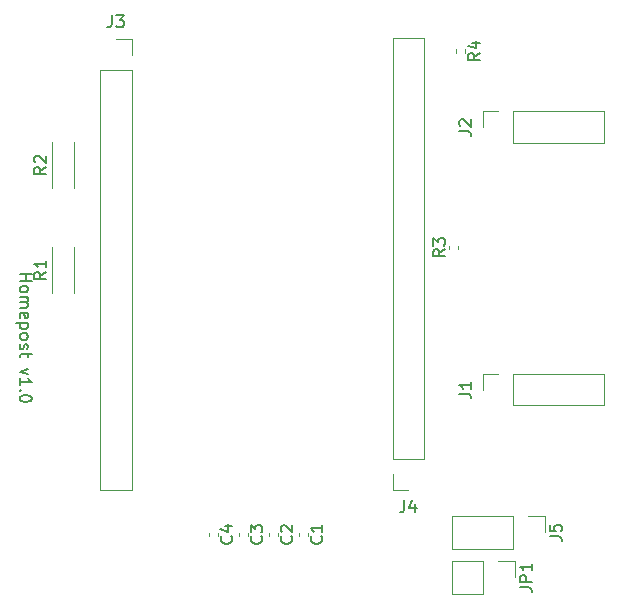
<source format=gbr>
%TF.GenerationSoftware,KiCad,Pcbnew,9.0.4*%
%TF.CreationDate,2025-08-21T19:51:14+03:00*%
%TF.ProjectId,homepost,686f6d65-706f-4737-942e-6b696361645f,rev?*%
%TF.SameCoordinates,Original*%
%TF.FileFunction,Legend,Top*%
%TF.FilePolarity,Positive*%
%FSLAX46Y46*%
G04 Gerber Fmt 4.6, Leading zero omitted, Abs format (unit mm)*
G04 Created by KiCad (PCBNEW 9.0.4) date 2025-08-21 19:51:14*
%MOMM*%
%LPD*%
G01*
G04 APERTURE LIST*
%ADD10C,0.200000*%
%ADD11C,0.150000*%
%ADD12C,0.120000*%
G04 APERTURE END LIST*
D10*
X92207780Y-104509673D02*
X93207780Y-104509673D01*
X92731590Y-104509673D02*
X92731590Y-105081101D01*
X92207780Y-105081101D02*
X93207780Y-105081101D01*
X92207780Y-105700149D02*
X92255400Y-105604911D01*
X92255400Y-105604911D02*
X92303019Y-105557292D01*
X92303019Y-105557292D02*
X92398257Y-105509673D01*
X92398257Y-105509673D02*
X92683971Y-105509673D01*
X92683971Y-105509673D02*
X92779209Y-105557292D01*
X92779209Y-105557292D02*
X92826828Y-105604911D01*
X92826828Y-105604911D02*
X92874447Y-105700149D01*
X92874447Y-105700149D02*
X92874447Y-105843006D01*
X92874447Y-105843006D02*
X92826828Y-105938244D01*
X92826828Y-105938244D02*
X92779209Y-105985863D01*
X92779209Y-105985863D02*
X92683971Y-106033482D01*
X92683971Y-106033482D02*
X92398257Y-106033482D01*
X92398257Y-106033482D02*
X92303019Y-105985863D01*
X92303019Y-105985863D02*
X92255400Y-105938244D01*
X92255400Y-105938244D02*
X92207780Y-105843006D01*
X92207780Y-105843006D02*
X92207780Y-105700149D01*
X92207780Y-106462054D02*
X92874447Y-106462054D01*
X92779209Y-106462054D02*
X92826828Y-106509673D01*
X92826828Y-106509673D02*
X92874447Y-106604911D01*
X92874447Y-106604911D02*
X92874447Y-106747768D01*
X92874447Y-106747768D02*
X92826828Y-106843006D01*
X92826828Y-106843006D02*
X92731590Y-106890625D01*
X92731590Y-106890625D02*
X92207780Y-106890625D01*
X92731590Y-106890625D02*
X92826828Y-106938244D01*
X92826828Y-106938244D02*
X92874447Y-107033482D01*
X92874447Y-107033482D02*
X92874447Y-107176339D01*
X92874447Y-107176339D02*
X92826828Y-107271578D01*
X92826828Y-107271578D02*
X92731590Y-107319197D01*
X92731590Y-107319197D02*
X92207780Y-107319197D01*
X92255400Y-108176339D02*
X92207780Y-108081101D01*
X92207780Y-108081101D02*
X92207780Y-107890625D01*
X92207780Y-107890625D02*
X92255400Y-107795387D01*
X92255400Y-107795387D02*
X92350638Y-107747768D01*
X92350638Y-107747768D02*
X92731590Y-107747768D01*
X92731590Y-107747768D02*
X92826828Y-107795387D01*
X92826828Y-107795387D02*
X92874447Y-107890625D01*
X92874447Y-107890625D02*
X92874447Y-108081101D01*
X92874447Y-108081101D02*
X92826828Y-108176339D01*
X92826828Y-108176339D02*
X92731590Y-108223958D01*
X92731590Y-108223958D02*
X92636352Y-108223958D01*
X92636352Y-108223958D02*
X92541114Y-107747768D01*
X92874447Y-108652530D02*
X91874447Y-108652530D01*
X92826828Y-108652530D02*
X92874447Y-108747768D01*
X92874447Y-108747768D02*
X92874447Y-108938244D01*
X92874447Y-108938244D02*
X92826828Y-109033482D01*
X92826828Y-109033482D02*
X92779209Y-109081101D01*
X92779209Y-109081101D02*
X92683971Y-109128720D01*
X92683971Y-109128720D02*
X92398257Y-109128720D01*
X92398257Y-109128720D02*
X92303019Y-109081101D01*
X92303019Y-109081101D02*
X92255400Y-109033482D01*
X92255400Y-109033482D02*
X92207780Y-108938244D01*
X92207780Y-108938244D02*
X92207780Y-108747768D01*
X92207780Y-108747768D02*
X92255400Y-108652530D01*
X92207780Y-109700149D02*
X92255400Y-109604911D01*
X92255400Y-109604911D02*
X92303019Y-109557292D01*
X92303019Y-109557292D02*
X92398257Y-109509673D01*
X92398257Y-109509673D02*
X92683971Y-109509673D01*
X92683971Y-109509673D02*
X92779209Y-109557292D01*
X92779209Y-109557292D02*
X92826828Y-109604911D01*
X92826828Y-109604911D02*
X92874447Y-109700149D01*
X92874447Y-109700149D02*
X92874447Y-109843006D01*
X92874447Y-109843006D02*
X92826828Y-109938244D01*
X92826828Y-109938244D02*
X92779209Y-109985863D01*
X92779209Y-109985863D02*
X92683971Y-110033482D01*
X92683971Y-110033482D02*
X92398257Y-110033482D01*
X92398257Y-110033482D02*
X92303019Y-109985863D01*
X92303019Y-109985863D02*
X92255400Y-109938244D01*
X92255400Y-109938244D02*
X92207780Y-109843006D01*
X92207780Y-109843006D02*
X92207780Y-109700149D01*
X92255400Y-110414435D02*
X92207780Y-110509673D01*
X92207780Y-110509673D02*
X92207780Y-110700149D01*
X92207780Y-110700149D02*
X92255400Y-110795387D01*
X92255400Y-110795387D02*
X92350638Y-110843006D01*
X92350638Y-110843006D02*
X92398257Y-110843006D01*
X92398257Y-110843006D02*
X92493495Y-110795387D01*
X92493495Y-110795387D02*
X92541114Y-110700149D01*
X92541114Y-110700149D02*
X92541114Y-110557292D01*
X92541114Y-110557292D02*
X92588733Y-110462054D01*
X92588733Y-110462054D02*
X92683971Y-110414435D01*
X92683971Y-110414435D02*
X92731590Y-110414435D01*
X92731590Y-110414435D02*
X92826828Y-110462054D01*
X92826828Y-110462054D02*
X92874447Y-110557292D01*
X92874447Y-110557292D02*
X92874447Y-110700149D01*
X92874447Y-110700149D02*
X92826828Y-110795387D01*
X92874447Y-111128721D02*
X92874447Y-111509673D01*
X93207780Y-111271578D02*
X92350638Y-111271578D01*
X92350638Y-111271578D02*
X92255400Y-111319197D01*
X92255400Y-111319197D02*
X92207780Y-111414435D01*
X92207780Y-111414435D02*
X92207780Y-111509673D01*
X92874447Y-112509674D02*
X92207780Y-112747769D01*
X92207780Y-112747769D02*
X92874447Y-112985864D01*
X92207780Y-113890626D02*
X92207780Y-113319198D01*
X92207780Y-113604912D02*
X93207780Y-113604912D01*
X93207780Y-113604912D02*
X93064923Y-113509674D01*
X93064923Y-113509674D02*
X92969685Y-113414436D01*
X92969685Y-113414436D02*
X92922066Y-113319198D01*
X92303019Y-114319198D02*
X92255400Y-114366817D01*
X92255400Y-114366817D02*
X92207780Y-114319198D01*
X92207780Y-114319198D02*
X92255400Y-114271579D01*
X92255400Y-114271579D02*
X92303019Y-114319198D01*
X92303019Y-114319198D02*
X92207780Y-114319198D01*
X93207780Y-114985864D02*
X93207780Y-115081102D01*
X93207780Y-115081102D02*
X93160161Y-115176340D01*
X93160161Y-115176340D02*
X93112542Y-115223959D01*
X93112542Y-115223959D02*
X93017304Y-115271578D01*
X93017304Y-115271578D02*
X92826828Y-115319197D01*
X92826828Y-115319197D02*
X92588733Y-115319197D01*
X92588733Y-115319197D02*
X92398257Y-115271578D01*
X92398257Y-115271578D02*
X92303019Y-115223959D01*
X92303019Y-115223959D02*
X92255400Y-115176340D01*
X92255400Y-115176340D02*
X92207780Y-115081102D01*
X92207780Y-115081102D02*
X92207780Y-114985864D01*
X92207780Y-114985864D02*
X92255400Y-114890626D01*
X92255400Y-114890626D02*
X92303019Y-114843007D01*
X92303019Y-114843007D02*
X92398257Y-114795388D01*
X92398257Y-114795388D02*
X92588733Y-114747769D01*
X92588733Y-114747769D02*
X92826828Y-114747769D01*
X92826828Y-114747769D02*
X93017304Y-114795388D01*
X93017304Y-114795388D02*
X93112542Y-114843007D01*
X93112542Y-114843007D02*
X93160161Y-114890626D01*
X93160161Y-114890626D02*
X93207780Y-114985864D01*
D11*
X124761666Y-123636819D02*
X124761666Y-124351104D01*
X124761666Y-124351104D02*
X124714047Y-124493961D01*
X124714047Y-124493961D02*
X124618809Y-124589200D01*
X124618809Y-124589200D02*
X124475952Y-124636819D01*
X124475952Y-124636819D02*
X124380714Y-124636819D01*
X125666428Y-123970152D02*
X125666428Y-124636819D01*
X125428333Y-123589200D02*
X125190238Y-124303485D01*
X125190238Y-124303485D02*
X125809285Y-124303485D01*
X99996666Y-82584819D02*
X99996666Y-83299104D01*
X99996666Y-83299104D02*
X99949047Y-83441961D01*
X99949047Y-83441961D02*
X99853809Y-83537200D01*
X99853809Y-83537200D02*
X99710952Y-83584819D01*
X99710952Y-83584819D02*
X99615714Y-83584819D01*
X100377619Y-82584819D02*
X100996666Y-82584819D01*
X100996666Y-82584819D02*
X100663333Y-82965771D01*
X100663333Y-82965771D02*
X100806190Y-82965771D01*
X100806190Y-82965771D02*
X100901428Y-83013390D01*
X100901428Y-83013390D02*
X100949047Y-83061009D01*
X100949047Y-83061009D02*
X100996666Y-83156247D01*
X100996666Y-83156247D02*
X100996666Y-83394342D01*
X100996666Y-83394342D02*
X100949047Y-83489580D01*
X100949047Y-83489580D02*
X100901428Y-83537200D01*
X100901428Y-83537200D02*
X100806190Y-83584819D01*
X100806190Y-83584819D02*
X100520476Y-83584819D01*
X100520476Y-83584819D02*
X100425238Y-83537200D01*
X100425238Y-83537200D02*
X100377619Y-83489580D01*
X110104580Y-126686666D02*
X110152200Y-126734285D01*
X110152200Y-126734285D02*
X110199819Y-126877142D01*
X110199819Y-126877142D02*
X110199819Y-126972380D01*
X110199819Y-126972380D02*
X110152200Y-127115237D01*
X110152200Y-127115237D02*
X110056961Y-127210475D01*
X110056961Y-127210475D02*
X109961723Y-127258094D01*
X109961723Y-127258094D02*
X109771247Y-127305713D01*
X109771247Y-127305713D02*
X109628390Y-127305713D01*
X109628390Y-127305713D02*
X109437914Y-127258094D01*
X109437914Y-127258094D02*
X109342676Y-127210475D01*
X109342676Y-127210475D02*
X109247438Y-127115237D01*
X109247438Y-127115237D02*
X109199819Y-126972380D01*
X109199819Y-126972380D02*
X109199819Y-126877142D01*
X109199819Y-126877142D02*
X109247438Y-126734285D01*
X109247438Y-126734285D02*
X109295057Y-126686666D01*
X109533152Y-125829523D02*
X110199819Y-125829523D01*
X109152200Y-126067618D02*
X109866485Y-126305713D01*
X109866485Y-126305713D02*
X109866485Y-125686666D01*
X117724580Y-126686666D02*
X117772200Y-126734285D01*
X117772200Y-126734285D02*
X117819819Y-126877142D01*
X117819819Y-126877142D02*
X117819819Y-126972380D01*
X117819819Y-126972380D02*
X117772200Y-127115237D01*
X117772200Y-127115237D02*
X117676961Y-127210475D01*
X117676961Y-127210475D02*
X117581723Y-127258094D01*
X117581723Y-127258094D02*
X117391247Y-127305713D01*
X117391247Y-127305713D02*
X117248390Y-127305713D01*
X117248390Y-127305713D02*
X117057914Y-127258094D01*
X117057914Y-127258094D02*
X116962676Y-127210475D01*
X116962676Y-127210475D02*
X116867438Y-127115237D01*
X116867438Y-127115237D02*
X116819819Y-126972380D01*
X116819819Y-126972380D02*
X116819819Y-126877142D01*
X116819819Y-126877142D02*
X116867438Y-126734285D01*
X116867438Y-126734285D02*
X116915057Y-126686666D01*
X117819819Y-125734285D02*
X117819819Y-126305713D01*
X117819819Y-126019999D02*
X116819819Y-126019999D01*
X116819819Y-126019999D02*
X116962676Y-126115237D01*
X116962676Y-126115237D02*
X117057914Y-126210475D01*
X117057914Y-126210475D02*
X117105533Y-126305713D01*
X131164819Y-85766666D02*
X130688628Y-86099999D01*
X131164819Y-86338094D02*
X130164819Y-86338094D01*
X130164819Y-86338094D02*
X130164819Y-85957142D01*
X130164819Y-85957142D02*
X130212438Y-85861904D01*
X130212438Y-85861904D02*
X130260057Y-85814285D01*
X130260057Y-85814285D02*
X130355295Y-85766666D01*
X130355295Y-85766666D02*
X130498152Y-85766666D01*
X130498152Y-85766666D02*
X130593390Y-85814285D01*
X130593390Y-85814285D02*
X130641009Y-85861904D01*
X130641009Y-85861904D02*
X130688628Y-85957142D01*
X130688628Y-85957142D02*
X130688628Y-86338094D01*
X130498152Y-84909523D02*
X131164819Y-84909523D01*
X130117200Y-85147618D02*
X130831485Y-85385713D01*
X130831485Y-85385713D02*
X130831485Y-84766666D01*
X94419819Y-104306666D02*
X93943628Y-104639999D01*
X94419819Y-104878094D02*
X93419819Y-104878094D01*
X93419819Y-104878094D02*
X93419819Y-104497142D01*
X93419819Y-104497142D02*
X93467438Y-104401904D01*
X93467438Y-104401904D02*
X93515057Y-104354285D01*
X93515057Y-104354285D02*
X93610295Y-104306666D01*
X93610295Y-104306666D02*
X93753152Y-104306666D01*
X93753152Y-104306666D02*
X93848390Y-104354285D01*
X93848390Y-104354285D02*
X93896009Y-104401904D01*
X93896009Y-104401904D02*
X93943628Y-104497142D01*
X93943628Y-104497142D02*
X93943628Y-104878094D01*
X94419819Y-103354285D02*
X94419819Y-103925713D01*
X94419819Y-103639999D02*
X93419819Y-103639999D01*
X93419819Y-103639999D02*
X93562676Y-103735237D01*
X93562676Y-103735237D02*
X93657914Y-103830475D01*
X93657914Y-103830475D02*
X93705533Y-103925713D01*
X134549819Y-131008333D02*
X135264104Y-131008333D01*
X135264104Y-131008333D02*
X135406961Y-131055952D01*
X135406961Y-131055952D02*
X135502200Y-131151190D01*
X135502200Y-131151190D02*
X135549819Y-131294047D01*
X135549819Y-131294047D02*
X135549819Y-131389285D01*
X135549819Y-130532142D02*
X134549819Y-130532142D01*
X134549819Y-130532142D02*
X134549819Y-130151190D01*
X134549819Y-130151190D02*
X134597438Y-130055952D01*
X134597438Y-130055952D02*
X134645057Y-130008333D01*
X134645057Y-130008333D02*
X134740295Y-129960714D01*
X134740295Y-129960714D02*
X134883152Y-129960714D01*
X134883152Y-129960714D02*
X134978390Y-130008333D01*
X134978390Y-130008333D02*
X135026009Y-130055952D01*
X135026009Y-130055952D02*
X135073628Y-130151190D01*
X135073628Y-130151190D02*
X135073628Y-130532142D01*
X135549819Y-129008333D02*
X135549819Y-129579761D01*
X135549819Y-129294047D02*
X134549819Y-129294047D01*
X134549819Y-129294047D02*
X134692676Y-129389285D01*
X134692676Y-129389285D02*
X134787914Y-129484523D01*
X134787914Y-129484523D02*
X134835533Y-129579761D01*
X129399819Y-114608333D02*
X130114104Y-114608333D01*
X130114104Y-114608333D02*
X130256961Y-114655952D01*
X130256961Y-114655952D02*
X130352200Y-114751190D01*
X130352200Y-114751190D02*
X130399819Y-114894047D01*
X130399819Y-114894047D02*
X130399819Y-114989285D01*
X130399819Y-113608333D02*
X130399819Y-114179761D01*
X130399819Y-113894047D02*
X129399819Y-113894047D01*
X129399819Y-113894047D02*
X129542676Y-113989285D01*
X129542676Y-113989285D02*
X129637914Y-114084523D01*
X129637914Y-114084523D02*
X129685533Y-114179761D01*
X94419819Y-95416666D02*
X93943628Y-95749999D01*
X94419819Y-95988094D02*
X93419819Y-95988094D01*
X93419819Y-95988094D02*
X93419819Y-95607142D01*
X93419819Y-95607142D02*
X93467438Y-95511904D01*
X93467438Y-95511904D02*
X93515057Y-95464285D01*
X93515057Y-95464285D02*
X93610295Y-95416666D01*
X93610295Y-95416666D02*
X93753152Y-95416666D01*
X93753152Y-95416666D02*
X93848390Y-95464285D01*
X93848390Y-95464285D02*
X93896009Y-95511904D01*
X93896009Y-95511904D02*
X93943628Y-95607142D01*
X93943628Y-95607142D02*
X93943628Y-95988094D01*
X93515057Y-95035713D02*
X93467438Y-94988094D01*
X93467438Y-94988094D02*
X93419819Y-94892856D01*
X93419819Y-94892856D02*
X93419819Y-94654761D01*
X93419819Y-94654761D02*
X93467438Y-94559523D01*
X93467438Y-94559523D02*
X93515057Y-94511904D01*
X93515057Y-94511904D02*
X93610295Y-94464285D01*
X93610295Y-94464285D02*
X93705533Y-94464285D01*
X93705533Y-94464285D02*
X93848390Y-94511904D01*
X93848390Y-94511904D02*
X94419819Y-95083332D01*
X94419819Y-95083332D02*
X94419819Y-94464285D01*
X137089819Y-126698333D02*
X137804104Y-126698333D01*
X137804104Y-126698333D02*
X137946961Y-126745952D01*
X137946961Y-126745952D02*
X138042200Y-126841190D01*
X138042200Y-126841190D02*
X138089819Y-126984047D01*
X138089819Y-126984047D02*
X138089819Y-127079285D01*
X137089819Y-125745952D02*
X137089819Y-126222142D01*
X137089819Y-126222142D02*
X137566009Y-126269761D01*
X137566009Y-126269761D02*
X137518390Y-126222142D01*
X137518390Y-126222142D02*
X137470771Y-126126904D01*
X137470771Y-126126904D02*
X137470771Y-125888809D01*
X137470771Y-125888809D02*
X137518390Y-125793571D01*
X137518390Y-125793571D02*
X137566009Y-125745952D01*
X137566009Y-125745952D02*
X137661247Y-125698333D01*
X137661247Y-125698333D02*
X137899342Y-125698333D01*
X137899342Y-125698333D02*
X137994580Y-125745952D01*
X137994580Y-125745952D02*
X138042200Y-125793571D01*
X138042200Y-125793571D02*
X138089819Y-125888809D01*
X138089819Y-125888809D02*
X138089819Y-126126904D01*
X138089819Y-126126904D02*
X138042200Y-126222142D01*
X138042200Y-126222142D02*
X137994580Y-126269761D01*
X128189819Y-102401666D02*
X127713628Y-102734999D01*
X128189819Y-102973094D02*
X127189819Y-102973094D01*
X127189819Y-102973094D02*
X127189819Y-102592142D01*
X127189819Y-102592142D02*
X127237438Y-102496904D01*
X127237438Y-102496904D02*
X127285057Y-102449285D01*
X127285057Y-102449285D02*
X127380295Y-102401666D01*
X127380295Y-102401666D02*
X127523152Y-102401666D01*
X127523152Y-102401666D02*
X127618390Y-102449285D01*
X127618390Y-102449285D02*
X127666009Y-102496904D01*
X127666009Y-102496904D02*
X127713628Y-102592142D01*
X127713628Y-102592142D02*
X127713628Y-102973094D01*
X127189819Y-102068332D02*
X127189819Y-101449285D01*
X127189819Y-101449285D02*
X127570771Y-101782618D01*
X127570771Y-101782618D02*
X127570771Y-101639761D01*
X127570771Y-101639761D02*
X127618390Y-101544523D01*
X127618390Y-101544523D02*
X127666009Y-101496904D01*
X127666009Y-101496904D02*
X127761247Y-101449285D01*
X127761247Y-101449285D02*
X127999342Y-101449285D01*
X127999342Y-101449285D02*
X128094580Y-101496904D01*
X128094580Y-101496904D02*
X128142200Y-101544523D01*
X128142200Y-101544523D02*
X128189819Y-101639761D01*
X128189819Y-101639761D02*
X128189819Y-101925475D01*
X128189819Y-101925475D02*
X128142200Y-102020713D01*
X128142200Y-102020713D02*
X128094580Y-102068332D01*
X112644580Y-126686666D02*
X112692200Y-126734285D01*
X112692200Y-126734285D02*
X112739819Y-126877142D01*
X112739819Y-126877142D02*
X112739819Y-126972380D01*
X112739819Y-126972380D02*
X112692200Y-127115237D01*
X112692200Y-127115237D02*
X112596961Y-127210475D01*
X112596961Y-127210475D02*
X112501723Y-127258094D01*
X112501723Y-127258094D02*
X112311247Y-127305713D01*
X112311247Y-127305713D02*
X112168390Y-127305713D01*
X112168390Y-127305713D02*
X111977914Y-127258094D01*
X111977914Y-127258094D02*
X111882676Y-127210475D01*
X111882676Y-127210475D02*
X111787438Y-127115237D01*
X111787438Y-127115237D02*
X111739819Y-126972380D01*
X111739819Y-126972380D02*
X111739819Y-126877142D01*
X111739819Y-126877142D02*
X111787438Y-126734285D01*
X111787438Y-126734285D02*
X111835057Y-126686666D01*
X111739819Y-126353332D02*
X111739819Y-125734285D01*
X111739819Y-125734285D02*
X112120771Y-126067618D01*
X112120771Y-126067618D02*
X112120771Y-125924761D01*
X112120771Y-125924761D02*
X112168390Y-125829523D01*
X112168390Y-125829523D02*
X112216009Y-125781904D01*
X112216009Y-125781904D02*
X112311247Y-125734285D01*
X112311247Y-125734285D02*
X112549342Y-125734285D01*
X112549342Y-125734285D02*
X112644580Y-125781904D01*
X112644580Y-125781904D02*
X112692200Y-125829523D01*
X112692200Y-125829523D02*
X112739819Y-125924761D01*
X112739819Y-125924761D02*
X112739819Y-126210475D01*
X112739819Y-126210475D02*
X112692200Y-126305713D01*
X112692200Y-126305713D02*
X112644580Y-126353332D01*
X115184580Y-126686666D02*
X115232200Y-126734285D01*
X115232200Y-126734285D02*
X115279819Y-126877142D01*
X115279819Y-126877142D02*
X115279819Y-126972380D01*
X115279819Y-126972380D02*
X115232200Y-127115237D01*
X115232200Y-127115237D02*
X115136961Y-127210475D01*
X115136961Y-127210475D02*
X115041723Y-127258094D01*
X115041723Y-127258094D02*
X114851247Y-127305713D01*
X114851247Y-127305713D02*
X114708390Y-127305713D01*
X114708390Y-127305713D02*
X114517914Y-127258094D01*
X114517914Y-127258094D02*
X114422676Y-127210475D01*
X114422676Y-127210475D02*
X114327438Y-127115237D01*
X114327438Y-127115237D02*
X114279819Y-126972380D01*
X114279819Y-126972380D02*
X114279819Y-126877142D01*
X114279819Y-126877142D02*
X114327438Y-126734285D01*
X114327438Y-126734285D02*
X114375057Y-126686666D01*
X114375057Y-126305713D02*
X114327438Y-126258094D01*
X114327438Y-126258094D02*
X114279819Y-126162856D01*
X114279819Y-126162856D02*
X114279819Y-125924761D01*
X114279819Y-125924761D02*
X114327438Y-125829523D01*
X114327438Y-125829523D02*
X114375057Y-125781904D01*
X114375057Y-125781904D02*
X114470295Y-125734285D01*
X114470295Y-125734285D02*
X114565533Y-125734285D01*
X114565533Y-125734285D02*
X114708390Y-125781904D01*
X114708390Y-125781904D02*
X115279819Y-126353332D01*
X115279819Y-126353332D02*
X115279819Y-125734285D01*
X129409819Y-92383333D02*
X130124104Y-92383333D01*
X130124104Y-92383333D02*
X130266961Y-92430952D01*
X130266961Y-92430952D02*
X130362200Y-92526190D01*
X130362200Y-92526190D02*
X130409819Y-92669047D01*
X130409819Y-92669047D02*
X130409819Y-92764285D01*
X129505057Y-91954761D02*
X129457438Y-91907142D01*
X129457438Y-91907142D02*
X129409819Y-91811904D01*
X129409819Y-91811904D02*
X129409819Y-91573809D01*
X129409819Y-91573809D02*
X129457438Y-91478571D01*
X129457438Y-91478571D02*
X129505057Y-91430952D01*
X129505057Y-91430952D02*
X129600295Y-91383333D01*
X129600295Y-91383333D02*
X129695533Y-91383333D01*
X129695533Y-91383333D02*
X129838390Y-91430952D01*
X129838390Y-91430952D02*
X130409819Y-92002380D01*
X130409819Y-92002380D02*
X130409819Y-91383333D01*
D12*
%TO.C,J4*%
X126425000Y-120142000D02*
X126425000Y-84522000D01*
X126425000Y-120142000D02*
X123765000Y-120142000D01*
X126425000Y-84522000D02*
X123765000Y-84522000D01*
X125095000Y-122742000D02*
X123765000Y-122742000D01*
X123765000Y-122742000D02*
X123765000Y-121412000D01*
X123765000Y-120142000D02*
X123765000Y-84522000D01*
%TO.C,J3*%
X101660000Y-87170000D02*
X101660000Y-122790000D01*
X101660000Y-84570000D02*
X101660000Y-85900000D01*
X100330000Y-84570000D02*
X101660000Y-84570000D01*
X99000000Y-122790000D02*
X101660000Y-122790000D01*
X99000000Y-87170000D02*
X101660000Y-87170000D01*
X99000000Y-87170000D02*
X99000000Y-122790000D01*
%TO.C,C4*%
X108225000Y-126412164D02*
X108225000Y-126627836D01*
X108945000Y-126412164D02*
X108945000Y-126627836D01*
%TO.C,C1*%
X115845000Y-126412164D02*
X115845000Y-126627836D01*
X116565000Y-126412164D02*
X116565000Y-126627836D01*
%TO.C,R4*%
X129160000Y-85446359D02*
X129160000Y-85753641D01*
X129920000Y-85446359D02*
X129920000Y-85753641D01*
%TO.C,R1*%
X94965000Y-106060000D02*
X94965000Y-102220000D01*
X96805000Y-106060000D02*
X96805000Y-102220000D01*
%TO.C,JP1*%
X128795000Y-128795000D02*
X128795000Y-131555000D01*
X131445000Y-128795000D02*
X128795000Y-128795000D01*
X131445000Y-128795000D02*
X131445000Y-131555000D01*
X131445000Y-131555000D02*
X128795000Y-131555000D01*
X132715000Y-128795000D02*
X134095000Y-128795000D01*
X134095000Y-128795000D02*
X134095000Y-130175000D01*
%TO.C,J1*%
X131385000Y-112945000D02*
X132715000Y-112945000D01*
X131385000Y-114275000D02*
X131385000Y-112945000D01*
X133985000Y-112945000D02*
X141665000Y-112945000D01*
X133985000Y-115605000D02*
X133985000Y-112945000D01*
X133985000Y-115605000D02*
X141665000Y-115605000D01*
X141665000Y-115605000D02*
X141665000Y-112945000D01*
%TO.C,R2*%
X94965000Y-97170000D02*
X94965000Y-93330000D01*
X96805000Y-97170000D02*
X96805000Y-93330000D01*
%TO.C,J5*%
X128795000Y-124985000D02*
X128795000Y-127745000D01*
X133985000Y-124985000D02*
X128795000Y-124985000D01*
X133985000Y-124985000D02*
X133985000Y-127745000D01*
X133985000Y-127745000D02*
X128795000Y-127745000D01*
X135255000Y-124985000D02*
X136635000Y-124985000D01*
X136635000Y-124985000D02*
X136635000Y-126365000D01*
%TO.C,R3*%
X128525000Y-102388641D02*
X128525000Y-102081359D01*
X129285000Y-102388641D02*
X129285000Y-102081359D01*
%TO.C,C3*%
X110765000Y-126412164D02*
X110765000Y-126627836D01*
X111485000Y-126412164D02*
X111485000Y-126627836D01*
%TO.C,C2*%
X113305000Y-126412164D02*
X113305000Y-126627836D01*
X114025000Y-126412164D02*
X114025000Y-126627836D01*
%TO.C,J2*%
X131395000Y-90720000D02*
X132725000Y-90720000D01*
X131395000Y-92050000D02*
X131395000Y-90720000D01*
X133995000Y-90720000D02*
X141675000Y-90720000D01*
X133995000Y-93380000D02*
X133995000Y-90720000D01*
X133995000Y-93380000D02*
X141675000Y-93380000D01*
X141675000Y-93380000D02*
X141675000Y-90720000D01*
%TD*%
M02*

</source>
